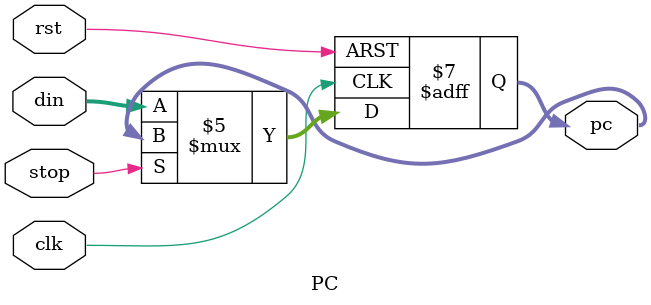
<source format=v>
`timescale 1ns / 1ps

module PC(
    input  wire        rst,
    input  wire        clk,
    input  wire [31:0] din,
    input  wire        stop,
    output reg  [31:0] pc
);

    // inner logic of PC
    wire rst_n = ~rst;


    always @(posedge clk or negedge rst_n) begin
        if(~rst_n) begin
            pc <= 32'h0;
        end else if (stop)begin
            pc <= pc;
        end else begin
            pc <= din;            
        end
    end

endmodule

</source>
